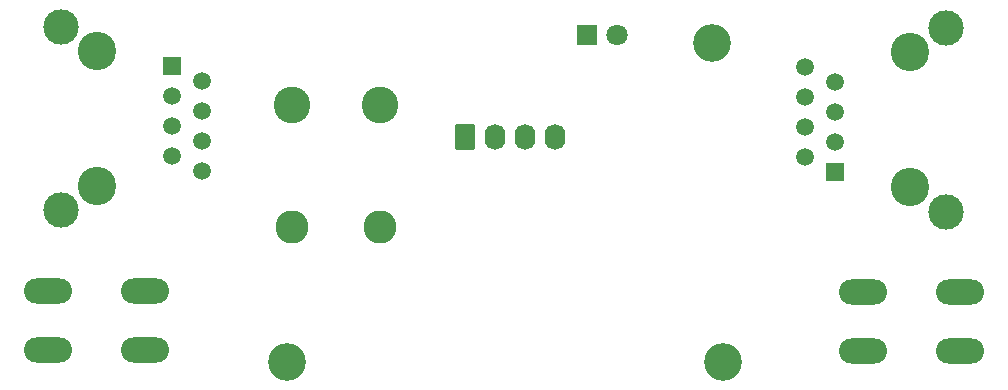
<source format=gbs>
G04 #@! TF.GenerationSoftware,KiCad,Pcbnew,8.0.0*
G04 #@! TF.CreationDate,2024-12-06T13:06:33-06:00*
G04 #@! TF.ProjectId,led_segment,6c65645f-7365-4676-9d65-6e742e6b6963,rev?*
G04 #@! TF.SameCoordinates,Original*
G04 #@! TF.FileFunction,Soldermask,Bot*
G04 #@! TF.FilePolarity,Negative*
%FSLAX46Y46*%
G04 Gerber Fmt 4.6, Leading zero omitted, Abs format (unit mm)*
G04 Created by KiCad (PCBNEW 8.0.0) date 2024-12-06 13:06:33*
%MOMM*%
%LPD*%
G01*
G04 APERTURE LIST*
G04 Aperture macros list*
%AMRoundRect*
0 Rectangle with rounded corners*
0 $1 Rounding radius*
0 $2 $3 $4 $5 $6 $7 $8 $9 X,Y pos of 4 corners*
0 Add a 4 corners polygon primitive as box body*
4,1,4,$2,$3,$4,$5,$6,$7,$8,$9,$2,$3,0*
0 Add four circle primitives for the rounded corners*
1,1,$1+$1,$2,$3*
1,1,$1+$1,$4,$5*
1,1,$1+$1,$6,$7*
1,1,$1+$1,$8,$9*
0 Add four rect primitives between the rounded corners*
20,1,$1+$1,$2,$3,$4,$5,0*
20,1,$1+$1,$4,$5,$6,$7,0*
20,1,$1+$1,$6,$7,$8,$9,0*
20,1,$1+$1,$8,$9,$2,$3,0*%
G04 Aperture macros list end*
%ADD10R,1.800000X1.800000*%
%ADD11C,1.800000*%
%ADD12C,2.804000*%
%ADD13C,3.104000*%
%ADD14C,3.200000*%
%ADD15O,4.064800X2.134400*%
%ADD16C,3.250000*%
%ADD17R,1.500000X1.500000*%
%ADD18C,1.500000*%
%ADD19C,3.000000*%
%ADD20RoundRect,0.250000X-0.620000X-0.845000X0.620000X-0.845000X0.620000X0.845000X-0.620000X0.845000X0*%
%ADD21O,1.740000X2.190000*%
G04 APERTURE END LIST*
D10*
X193525000Y-122600000D03*
D11*
X196065000Y-122600000D03*
D12*
X176024000Y-138881000D03*
D13*
X176024000Y-128581000D03*
D12*
X168524000Y-138881000D03*
D13*
X168524000Y-128581000D03*
D14*
X204100000Y-123300000D03*
D15*
X156090000Y-149276000D03*
X147890000Y-149276000D03*
X156090000Y-144276000D03*
X147890000Y-144276000D03*
D16*
X220900000Y-135530000D03*
X220900000Y-124100000D03*
D17*
X214550000Y-134260000D03*
D18*
X212010000Y-132990000D03*
X214550000Y-131720000D03*
X212010000Y-130450000D03*
X214550000Y-129180000D03*
X212010000Y-127910000D03*
X214550000Y-126640000D03*
X212010000Y-125370000D03*
D19*
X223950000Y-137585000D03*
X223950000Y-122045000D03*
D14*
X168100000Y-150300000D03*
D15*
X216882000Y-144349984D03*
X225082000Y-144349984D03*
X216882000Y-149349984D03*
X225082000Y-149349984D03*
D14*
X205000000Y-150300000D03*
D16*
X152000000Y-124000000D03*
X152000000Y-135430000D03*
D17*
X158350000Y-125270000D03*
D18*
X160890000Y-126540000D03*
X158350000Y-127810000D03*
X160890000Y-129080000D03*
X158350000Y-130350000D03*
X160890000Y-131620000D03*
X158350000Y-132890000D03*
X160890000Y-134160000D03*
D19*
X148950000Y-121945000D03*
X148950000Y-137485000D03*
D20*
X183170000Y-131250000D03*
D21*
X185710000Y-131250000D03*
X188250000Y-131250000D03*
X190790000Y-131250000D03*
M02*

</source>
